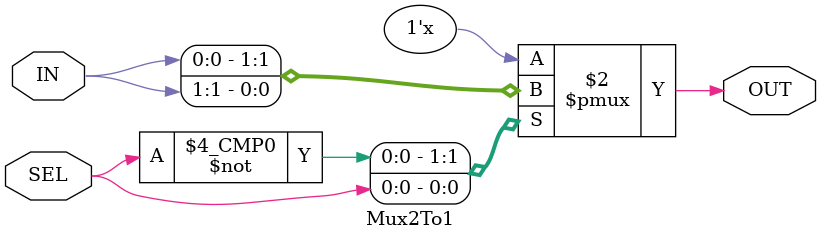
<source format=v>
`timescale 1ns/1ns

module Mux2To1( IN, OUT, SEL);
input wire[1:0] IN;
input wire  SEL;
output reg OUT;

	
always @(*) 
begin
	case (SEL)
		1'b0 : OUT <= IN[0];
		1'b1 : OUT <= IN[1];
	endcase	
end	
endmodule
</source>
